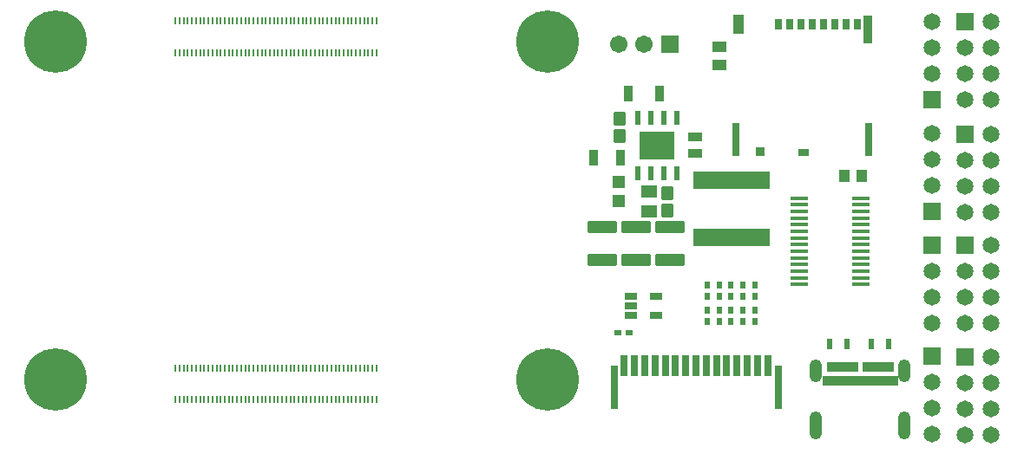
<source format=gbr>
%TF.GenerationSoftware,KiCad,Pcbnew,8.0.2*%
%TF.CreationDate,2024-10-21T09:55:01-04:00*%
%TF.ProjectId,Pi_Board,50695f42-6f61-4726-942e-6b696361645f,rev?*%
%TF.SameCoordinates,Original*%
%TF.FileFunction,Soldermask,Top*%
%TF.FilePolarity,Negative*%
%FSLAX46Y46*%
G04 Gerber Fmt 4.6, Leading zero omitted, Abs format (unit mm)*
G04 Created by KiCad (PCBNEW 8.0.2) date 2024-10-21 09:55:01*
%MOMM*%
%LPD*%
G01*
G04 APERTURE LIST*
G04 Aperture macros list*
%AMRoundRect*
0 Rectangle with rounded corners*
0 $1 Rounding radius*
0 $2 $3 $4 $5 $6 $7 $8 $9 X,Y pos of 4 corners*
0 Add a 4 corners polygon primitive as box body*
4,1,4,$2,$3,$4,$5,$6,$7,$8,$9,$2,$3,0*
0 Add four circle primitives for the rounded corners*
1,1,$1+$1,$2,$3*
1,1,$1+$1,$4,$5*
1,1,$1+$1,$6,$7*
1,1,$1+$1,$8,$9*
0 Add four rect primitives between the rounded corners*
20,1,$1+$1,$2,$3,$4,$5,0*
20,1,$1+$1,$4,$5,$6,$7,0*
20,1,$1+$1,$6,$7,$8,$9,0*
20,1,$1+$1,$8,$9,$2,$3,0*%
G04 Aperture macros list end*
%ADD10C,0.010000*%
%ADD11R,1.651000X1.651000*%
%ADD12C,1.651000*%
%ADD13R,7.493000X1.790700*%
%ADD14R,0.508000X0.660400*%
%ADD15R,1.016000X1.193800*%
%ADD16R,1.778000X0.355600*%
%ADD17R,0.558800X1.447800*%
%ADD18R,3.352800X2.717800*%
%ADD19R,0.553200X1.000000*%
%ADD20R,1.397000X0.914400*%
%ADD21R,0.914400X1.549400*%
%ADD22R,1.250000X0.650000*%
%ADD23RoundRect,0.102000X1.360000X-0.480000X1.360000X0.480000X-1.360000X0.480000X-1.360000X-0.480000X0*%
%ADD24R,1.244600X1.219200*%
%ADD25RoundRect,0.102000X0.690000X-0.480000X0.690000X0.480000X-0.690000X0.480000X-0.690000X-0.480000X0*%
%ADD26R,0.855600X1.600000*%
%ADD27O,1.188400X2.252400*%
%ADD28O,1.252400X2.752400*%
%ADD29RoundRect,0.102000X-0.500000X0.550000X-0.500000X-0.550000X0.500000X-0.550000X0.500000X0.550000X0*%
%ADD30R,1.397000X1.066800*%
%ADD31C,6.100000*%
%ADD32R,0.200000X0.700000*%
%ADD33RoundRect,0.102000X-0.754000X-0.754000X0.754000X-0.754000X0.754000X0.754000X-0.754000X0.754000X0*%
%ADD34C,1.712000*%
%ADD35R,0.660400X0.508000*%
%ADD36R,0.660400X2.108200*%
%ADD37R,0.762000X4.292600*%
%ADD38R,0.700000X1.100000*%
%ADD39R,0.900000X0.930000*%
%ADD40R,1.050000X0.780000*%
%ADD41R,0.700000X3.330000*%
%ADD42R,1.140000X1.830000*%
%ADD43R,0.860000X2.800000*%
%ADD44RoundRect,0.102000X0.500000X-0.550000X0.500000X0.550000X-0.500000X0.550000X-0.500000X-0.550000X0*%
G04 APERTURE END LIST*
D10*
%TO.C,J7*%
X192587500Y-90573500D02*
X191462500Y-90573500D01*
X191462500Y-89746500D01*
X192587500Y-89746500D01*
X192587500Y-90573500D01*
G36*
X192587500Y-90573500D02*
G01*
X191462500Y-90573500D01*
X191462500Y-89746500D01*
X192587500Y-89746500D01*
X192587500Y-90573500D01*
G37*
X192337500Y-89273500D02*
X191912500Y-89273500D01*
X191912500Y-88446500D01*
X192337500Y-88446500D01*
X192337500Y-89273500D01*
G36*
X192337500Y-89273500D02*
G01*
X191912500Y-89273500D01*
X191912500Y-88446500D01*
X192337500Y-88446500D01*
X192337500Y-89273500D01*
G37*
X192837500Y-89273500D02*
X192412500Y-89273500D01*
X192412500Y-88446500D01*
X192837500Y-88446500D01*
X192837500Y-89273500D01*
G36*
X192837500Y-89273500D02*
G01*
X192412500Y-89273500D01*
X192412500Y-88446500D01*
X192837500Y-88446500D01*
X192837500Y-89273500D01*
G37*
X193087500Y-90573500D02*
X192662500Y-90573500D01*
X192662500Y-89746500D01*
X193087500Y-89746500D01*
X193087500Y-90573500D01*
G36*
X193087500Y-90573500D02*
G01*
X192662500Y-90573500D01*
X192662500Y-89746500D01*
X193087500Y-89746500D01*
X193087500Y-90573500D01*
G37*
X193337500Y-89273500D02*
X192912500Y-89273500D01*
X192912500Y-88446500D01*
X193337500Y-88446500D01*
X193337500Y-89273500D01*
G36*
X193337500Y-89273500D02*
G01*
X192912500Y-89273500D01*
X192912500Y-88446500D01*
X193337500Y-88446500D01*
X193337500Y-89273500D01*
G37*
X193587500Y-90573500D02*
X193162500Y-90573500D01*
X193162500Y-89746500D01*
X193587500Y-89746500D01*
X193587500Y-90573500D01*
G36*
X193587500Y-90573500D02*
G01*
X193162500Y-90573500D01*
X193162500Y-89746500D01*
X193587500Y-89746500D01*
X193587500Y-90573500D01*
G37*
X193837500Y-89273500D02*
X193412500Y-89273500D01*
X193412500Y-88446500D01*
X193837500Y-88446500D01*
X193837500Y-89273500D01*
G36*
X193837500Y-89273500D02*
G01*
X193412500Y-89273500D01*
X193412500Y-88446500D01*
X193837500Y-88446500D01*
X193837500Y-89273500D01*
G37*
X194087500Y-90573500D02*
X193662500Y-90573500D01*
X193662500Y-89746500D01*
X194087500Y-89746500D01*
X194087500Y-90573500D01*
G36*
X194087500Y-90573500D02*
G01*
X193662500Y-90573500D01*
X193662500Y-89746500D01*
X194087500Y-89746500D01*
X194087500Y-90573500D01*
G37*
X194337500Y-89273500D02*
X193912500Y-89273500D01*
X193912500Y-88446500D01*
X194337500Y-88446500D01*
X194337500Y-89273500D01*
G36*
X194337500Y-89273500D02*
G01*
X193912500Y-89273500D01*
X193912500Y-88446500D01*
X194337500Y-88446500D01*
X194337500Y-89273500D01*
G37*
X194587500Y-90573500D02*
X194162500Y-90573500D01*
X194162500Y-89746500D01*
X194587500Y-89746500D01*
X194587500Y-90573500D01*
G36*
X194587500Y-90573500D02*
G01*
X194162500Y-90573500D01*
X194162500Y-89746500D01*
X194587500Y-89746500D01*
X194587500Y-90573500D01*
G37*
X194837500Y-89273500D02*
X194412500Y-89273500D01*
X194412500Y-88446500D01*
X194837500Y-88446500D01*
X194837500Y-89273500D01*
G36*
X194837500Y-89273500D02*
G01*
X194412500Y-89273500D01*
X194412500Y-88446500D01*
X194837500Y-88446500D01*
X194837500Y-89273500D01*
G37*
X195087500Y-90573500D02*
X194662500Y-90573500D01*
X194662500Y-89746500D01*
X195087500Y-89746500D01*
X195087500Y-90573500D01*
G36*
X195087500Y-90573500D02*
G01*
X194662500Y-90573500D01*
X194662500Y-89746500D01*
X195087500Y-89746500D01*
X195087500Y-90573500D01*
G37*
X195587500Y-90573500D02*
X195162500Y-90573500D01*
X195162500Y-89746500D01*
X195587500Y-89746500D01*
X195587500Y-90573500D01*
G36*
X195587500Y-90573500D02*
G01*
X195162500Y-90573500D01*
X195162500Y-89746500D01*
X195587500Y-89746500D01*
X195587500Y-90573500D01*
G37*
X195837500Y-89273500D02*
X195412500Y-89273500D01*
X195412500Y-88446500D01*
X195837500Y-88446500D01*
X195837500Y-89273500D01*
G36*
X195837500Y-89273500D02*
G01*
X195412500Y-89273500D01*
X195412500Y-88446500D01*
X195837500Y-88446500D01*
X195837500Y-89273500D01*
G37*
X196087500Y-90573500D02*
X195662500Y-90573500D01*
X195662500Y-89746500D01*
X196087500Y-89746500D01*
X196087500Y-90573500D01*
G36*
X196087500Y-90573500D02*
G01*
X195662500Y-90573500D01*
X195662500Y-89746500D01*
X196087500Y-89746500D01*
X196087500Y-90573500D01*
G37*
X196337500Y-89273500D02*
X195912500Y-89273500D01*
X195912500Y-88446500D01*
X196337500Y-88446500D01*
X196337500Y-89273500D01*
G36*
X196337500Y-89273500D02*
G01*
X195912500Y-89273500D01*
X195912500Y-88446500D01*
X196337500Y-88446500D01*
X196337500Y-89273500D01*
G37*
X196587500Y-90573500D02*
X196162500Y-90573500D01*
X196162500Y-89746500D01*
X196587500Y-89746500D01*
X196587500Y-90573500D01*
G36*
X196587500Y-90573500D02*
G01*
X196162500Y-90573500D01*
X196162500Y-89746500D01*
X196587500Y-89746500D01*
X196587500Y-90573500D01*
G37*
X196837500Y-89273500D02*
X196412500Y-89273500D01*
X196412500Y-88446500D01*
X196837500Y-88446500D01*
X196837500Y-89273500D01*
G36*
X196837500Y-89273500D02*
G01*
X196412500Y-89273500D01*
X196412500Y-88446500D01*
X196837500Y-88446500D01*
X196837500Y-89273500D01*
G37*
X197087500Y-90573500D02*
X196662500Y-90573500D01*
X196662500Y-89746500D01*
X197087500Y-89746500D01*
X197087500Y-90573500D01*
G36*
X197087500Y-90573500D02*
G01*
X196662500Y-90573500D01*
X196662500Y-89746500D01*
X197087500Y-89746500D01*
X197087500Y-90573500D01*
G37*
X197337500Y-89273500D02*
X196912500Y-89273500D01*
X196912500Y-88446500D01*
X197337500Y-88446500D01*
X197337500Y-89273500D01*
G36*
X197337500Y-89273500D02*
G01*
X196912500Y-89273500D01*
X196912500Y-88446500D01*
X197337500Y-88446500D01*
X197337500Y-89273500D01*
G37*
X197587500Y-90573500D02*
X197162500Y-90573500D01*
X197162500Y-89746500D01*
X197587500Y-89746500D01*
X197587500Y-90573500D01*
G36*
X197587500Y-90573500D02*
G01*
X197162500Y-90573500D01*
X197162500Y-89746500D01*
X197587500Y-89746500D01*
X197587500Y-90573500D01*
G37*
X197837500Y-89273500D02*
X197412500Y-89273500D01*
X197412500Y-88446500D01*
X197837500Y-88446500D01*
X197837500Y-89273500D01*
G36*
X197837500Y-89273500D02*
G01*
X197412500Y-89273500D01*
X197412500Y-88446500D01*
X197837500Y-88446500D01*
X197837500Y-89273500D01*
G37*
X198787500Y-90573500D02*
X197662500Y-90573500D01*
X197662500Y-89746500D01*
X198787500Y-89746500D01*
X198787500Y-90573500D01*
G36*
X198787500Y-90573500D02*
G01*
X197662500Y-90573500D01*
X197662500Y-89746500D01*
X198787500Y-89746500D01*
X198787500Y-90573500D01*
G37*
X198337500Y-89273500D02*
X197912500Y-89273500D01*
X197912500Y-88446500D01*
X198337500Y-88446500D01*
X198337500Y-89273500D01*
G36*
X198337500Y-89273500D02*
G01*
X197912500Y-89273500D01*
X197912500Y-88446500D01*
X198337500Y-88446500D01*
X198337500Y-89273500D01*
G37*
%TD*%
D11*
%TO.C,J12*%
X202150000Y-62770000D03*
D12*
X202150000Y-60230000D03*
X202150000Y-57690000D03*
X202150000Y-55150000D03*
%TD*%
D13*
%TO.C,L2*%
X182573300Y-76225350D03*
X182573300Y-70624650D03*
%TD*%
D14*
%TO.C,R15*%
X184898300Y-80891200D03*
X184898300Y-82008800D03*
%TD*%
D15*
%TO.C,C12*%
X195300900Y-70200000D03*
X193599100Y-70200000D03*
%TD*%
D14*
%TO.C,R21*%
X183723301Y-80882399D03*
X183723301Y-81999999D03*
%TD*%
D16*
%TO.C,U2*%
X189226500Y-72375000D03*
X189226500Y-73025001D03*
X189226500Y-73675000D03*
X189226500Y-74325001D03*
X189226500Y-74974999D03*
X189226500Y-75625001D03*
X189226500Y-76274999D03*
X189226500Y-76924998D03*
X189226500Y-77574999D03*
X189226500Y-78224998D03*
X189226500Y-78874999D03*
X189226500Y-79524998D03*
X189226500Y-80174999D03*
X189226500Y-80824998D03*
X195170100Y-80825000D03*
X195170100Y-80174999D03*
X195170100Y-79525000D03*
X195170100Y-78874999D03*
X195170100Y-78225001D03*
X195170100Y-77574999D03*
X195170100Y-76925001D03*
X195170100Y-76274999D03*
X195170100Y-75625001D03*
X195170100Y-74974999D03*
X195170100Y-74325001D03*
X195170100Y-73675000D03*
X195170100Y-73025001D03*
X195170100Y-72375000D03*
%TD*%
D14*
%TO.C,R13*%
X181373300Y-83316199D03*
X181373300Y-84433799D03*
%TD*%
D17*
%TO.C,U5*%
X177218300Y-64575000D03*
X175948300Y-64575000D03*
X174678300Y-64575000D03*
X173408300Y-64575000D03*
X173408300Y-69934400D03*
X174678300Y-69934400D03*
X175948300Y-69934400D03*
X177218300Y-69934400D03*
D18*
X175313300Y-67254700D03*
%TD*%
D19*
%TO.C,R6*%
X197900000Y-86650000D03*
X196246800Y-86650000D03*
%TD*%
D14*
%TO.C,R17*%
X182548301Y-83316199D03*
X182548301Y-84433799D03*
%TD*%
D20*
%TO.C,C5*%
X179070000Y-66425699D03*
X179070000Y-68016099D03*
%TD*%
D11*
%TO.C,J8*%
X205385000Y-76995000D03*
D12*
X207925000Y-76995000D03*
X205385000Y-79535000D03*
X207925000Y-79535000D03*
X205385000Y-82075000D03*
X207925000Y-82075000D03*
X205385000Y-84615000D03*
X207925000Y-84615000D03*
%TD*%
D14*
%TO.C,R16*%
X181373301Y-80866199D03*
X181373301Y-81983799D03*
%TD*%
%TO.C,R18*%
X183723300Y-83316199D03*
X183723300Y-84433799D03*
%TD*%
D21*
%TO.C,R12*%
X171745000Y-68420900D03*
X169154200Y-68420900D03*
%TD*%
D19*
%TO.C,R2*%
X193853200Y-86600000D03*
X192200000Y-86600000D03*
%TD*%
D11*
%TO.C,J10*%
X202125000Y-87850000D03*
D12*
X202125000Y-90390000D03*
X202125000Y-92930000D03*
X202125000Y-95470000D03*
%TD*%
D14*
%TO.C,R14*%
X180198300Y-83316199D03*
X180198300Y-84433799D03*
%TD*%
D22*
%TO.C,IC1*%
X172750000Y-81960000D03*
X172750000Y-82900000D03*
X172750000Y-83840000D03*
X175250000Y-83840000D03*
X175250000Y-81960000D03*
%TD*%
D23*
%TO.C,C11*%
X176545000Y-78445900D03*
X176545000Y-75195900D03*
%TD*%
D24*
%TO.C,R4*%
X171595000Y-72673401D03*
X171595000Y-70768401D03*
%TD*%
D11*
%TO.C,J3*%
X205385000Y-55150000D03*
D12*
X207925000Y-55150000D03*
X205385000Y-57690000D03*
X207925000Y-57690000D03*
X205385000Y-60230000D03*
X207925000Y-60230000D03*
X205385000Y-62770000D03*
X207925000Y-62770000D03*
%TD*%
D25*
%TO.C,R3*%
X174520000Y-73698900D03*
X174520000Y-71742900D03*
%TD*%
D26*
%TO.C,C3*%
X175570001Y-62170900D03*
X172514399Y-62170900D03*
%TD*%
D27*
%TO.C,J7*%
X190805000Y-89270000D03*
X199445000Y-89270000D03*
D28*
X190805000Y-94630000D03*
X199445000Y-94630000D03*
%TD*%
D29*
%TO.C,C4*%
X171695000Y-64595899D03*
X171695000Y-66295899D03*
%TD*%
D14*
%TO.C,R22*%
X180198300Y-80866199D03*
X180198300Y-81983799D03*
%TD*%
D11*
%TO.C,J5*%
X205385000Y-66120000D03*
D12*
X207925000Y-66120000D03*
X205385000Y-68660000D03*
X207925000Y-68660000D03*
X205385000Y-71200000D03*
X207925000Y-71200000D03*
X205385000Y-73740000D03*
X207925000Y-73740000D03*
%TD*%
D14*
%TO.C,R19*%
X184898300Y-83341199D03*
X184898300Y-84458799D03*
%TD*%
D11*
%TO.C,J11*%
X202125000Y-76950000D03*
D12*
X202125000Y-79490000D03*
X202125000Y-82030000D03*
X202125000Y-84570000D03*
%TD*%
D30*
%TO.C,C21*%
X181450000Y-59353400D03*
X181450000Y-57550000D03*
%TD*%
D23*
%TO.C,C8*%
X169969999Y-78440899D03*
X169969999Y-75190899D03*
%TD*%
D11*
%TO.C,J4*%
X202150000Y-73670000D03*
D12*
X202150000Y-71130000D03*
X202150000Y-68590000D03*
X202150000Y-66050000D03*
%TD*%
D31*
%TO.C,Module1*%
X164650000Y-57075000D03*
X116650000Y-57075000D03*
X164650000Y-90075000D03*
X116650000Y-90075000D03*
D32*
X147950000Y-55075000D03*
X147950000Y-58155000D03*
X147550000Y-55075000D03*
X147550000Y-58155000D03*
X147150000Y-55075000D03*
X147150000Y-58155000D03*
X146750000Y-55075000D03*
X146750000Y-58155000D03*
X146350000Y-55075000D03*
X146350000Y-58155000D03*
X145950000Y-55075000D03*
X145950000Y-58155000D03*
X145550000Y-55075000D03*
X145550000Y-58155000D03*
X145150000Y-55075000D03*
X145150000Y-58155000D03*
X144750000Y-55075000D03*
X144750000Y-58155000D03*
X144350000Y-55075000D03*
X144350000Y-58155000D03*
X143950000Y-55075000D03*
X143950000Y-58155000D03*
X143550000Y-55075000D03*
X143550000Y-58155000D03*
X143150000Y-55075000D03*
X143150000Y-58155000D03*
X142750000Y-55075000D03*
X142750000Y-58155000D03*
X142350000Y-55075000D03*
X142350000Y-58155000D03*
X141950000Y-55075000D03*
X141950000Y-58155000D03*
X141550000Y-55075000D03*
X141550000Y-58155000D03*
X141150000Y-55075000D03*
X141150000Y-58155000D03*
X140750000Y-55075000D03*
X140750000Y-58155000D03*
X140350000Y-55075000D03*
X140350000Y-58155000D03*
X139950000Y-55075000D03*
X139950000Y-58155000D03*
X139550000Y-55075000D03*
X139550000Y-58155000D03*
X139150000Y-55075000D03*
X139150000Y-58155000D03*
X138750000Y-55075000D03*
X138750000Y-58155000D03*
X138350000Y-55075000D03*
X138350000Y-58155000D03*
X137950000Y-55075000D03*
X137950000Y-58155000D03*
X137550000Y-55075000D03*
X137550000Y-58155000D03*
X137150000Y-55075000D03*
X137150000Y-58155000D03*
X136750000Y-55075000D03*
X136750000Y-58155000D03*
X136350000Y-55075000D03*
X136350000Y-58155000D03*
X135950000Y-55075000D03*
X135950000Y-58155000D03*
X135550000Y-55075000D03*
X135550000Y-58155000D03*
X135150000Y-55075000D03*
X135150000Y-58155000D03*
X134750000Y-55075000D03*
X134750000Y-58155000D03*
X134350000Y-55075000D03*
X134350000Y-58155000D03*
X133950000Y-55075000D03*
X133950000Y-58155000D03*
X133550000Y-55075000D03*
X133550000Y-58155000D03*
X133150000Y-55075000D03*
X133150000Y-58155000D03*
X132750000Y-55075000D03*
X132750000Y-58155000D03*
X132350000Y-55075000D03*
X132350000Y-58155000D03*
X131950000Y-55075000D03*
X131950000Y-58155000D03*
X131550000Y-55075000D03*
X131550000Y-58155000D03*
X131150000Y-55075000D03*
X131150000Y-58155000D03*
X130750000Y-55075000D03*
X130750000Y-58155000D03*
X130350000Y-55075000D03*
X130350000Y-58155000D03*
X129950000Y-55075000D03*
X129950000Y-58155000D03*
X129550000Y-55075000D03*
X129550000Y-58155000D03*
X129150000Y-55075000D03*
X129150000Y-58155000D03*
X128750000Y-55075000D03*
X128750000Y-58155000D03*
X128350000Y-55075000D03*
X128350000Y-58155000D03*
X147950000Y-88995000D03*
X147950000Y-92075000D03*
X147550000Y-88995000D03*
X147550000Y-92075000D03*
X147150000Y-88995000D03*
X147150000Y-92075000D03*
X146750000Y-88995000D03*
X146750000Y-92075000D03*
X146350000Y-88995000D03*
X146350000Y-92075000D03*
X145950000Y-88995000D03*
X145950000Y-92075000D03*
X145550000Y-88995000D03*
X145550000Y-92075000D03*
X145150000Y-88995000D03*
X145150000Y-92075000D03*
X144750000Y-88995000D03*
X144750000Y-92075000D03*
X144350000Y-88995000D03*
X144350000Y-92075000D03*
X143950000Y-88995000D03*
X143950000Y-92075000D03*
X143550000Y-88995000D03*
X143550000Y-92075000D03*
X143150000Y-88995000D03*
X143150000Y-92075000D03*
X142750000Y-88995000D03*
X142750000Y-92075000D03*
X142350000Y-88995000D03*
X142350000Y-92075000D03*
X141950000Y-88995000D03*
X141950000Y-92075000D03*
X141550000Y-88995000D03*
X141550000Y-92075000D03*
X141150000Y-88995000D03*
X141150000Y-92075000D03*
X140750000Y-88995000D03*
X140750000Y-92075000D03*
X140350000Y-88995000D03*
X140350000Y-92075000D03*
X139950000Y-88995000D03*
X139950000Y-92075000D03*
X139550000Y-88995000D03*
X139550000Y-92075000D03*
X139150000Y-88995000D03*
X139150000Y-92075000D03*
X138750000Y-88995000D03*
X138750000Y-92075000D03*
X138350000Y-88995000D03*
X138350000Y-92075000D03*
X137950000Y-88995000D03*
X137950000Y-92075000D03*
X137550000Y-88995000D03*
X137550000Y-92075000D03*
X137150000Y-88995000D03*
X137150000Y-92075000D03*
X136750000Y-88995000D03*
X136750000Y-92075000D03*
X136350000Y-88995000D03*
X136350000Y-92075000D03*
X135950000Y-88995000D03*
X135950000Y-92075000D03*
X135550000Y-88995000D03*
X135550000Y-92075000D03*
X135150000Y-88995000D03*
X135150000Y-92075000D03*
X134750000Y-88995000D03*
X134750000Y-92075000D03*
X134350000Y-88995000D03*
X134350000Y-92075000D03*
X133950000Y-88995000D03*
X133950000Y-92075000D03*
X133550000Y-88995000D03*
X133550000Y-92075000D03*
X133150000Y-88995000D03*
X133150000Y-92075000D03*
X132750000Y-88995000D03*
X132750000Y-92075000D03*
X132350000Y-88995000D03*
X132350000Y-92075000D03*
X131950000Y-88995000D03*
X131950000Y-92075000D03*
X131550000Y-88995000D03*
X131550000Y-92075000D03*
X131150000Y-88995000D03*
X131150000Y-92075000D03*
X130750000Y-88995000D03*
X130750000Y-92075000D03*
X130350000Y-88995000D03*
X130350000Y-92075000D03*
X129950000Y-88995000D03*
X129950000Y-92075000D03*
X129550000Y-88995000D03*
X129550000Y-92075000D03*
X129150000Y-88995000D03*
X129150000Y-92075000D03*
X128750000Y-88995000D03*
X128750000Y-92075000D03*
X128350000Y-88995000D03*
X128350000Y-92075000D03*
%TD*%
D33*
%TO.C,J2*%
X176550000Y-57325000D03*
D34*
X174050000Y-57325000D03*
X171550000Y-57325000D03*
%TD*%
D35*
%TO.C,R1*%
X171491200Y-85550000D03*
X172608800Y-85550000D03*
%TD*%
D36*
%TO.C,J1*%
X172125001Y-88784076D03*
X173124999Y-88784076D03*
X174125000Y-88784076D03*
X175125000Y-88784076D03*
X176125001Y-88784076D03*
X177124999Y-88784076D03*
X178124999Y-88784076D03*
X179125000Y-88784076D03*
X180125001Y-88784076D03*
X181125001Y-88784076D03*
X182124999Y-88784076D03*
X183125000Y-88784076D03*
X184125000Y-88784076D03*
X185125001Y-88784076D03*
X186125001Y-88784076D03*
D37*
X171124998Y-90884148D03*
X187125002Y-90884148D03*
%TD*%
D38*
%TO.C,J6*%
X187145000Y-55400000D03*
X188245000Y-55400000D03*
X189345000Y-55400000D03*
X190445000Y-55400000D03*
X191545000Y-55400000D03*
X192645000Y-55400000D03*
X193745000Y-55400000D03*
X194845000Y-55400000D03*
D39*
X185355000Y-67865000D03*
D40*
X189620000Y-67940000D03*
D41*
X183045000Y-66665000D03*
D42*
X183265000Y-55415000D03*
D43*
X195925000Y-55900000D03*
D41*
X196005000Y-66665000D03*
%TD*%
D23*
%TO.C,C9*%
X173270000Y-78440899D03*
X173270000Y-75190899D03*
%TD*%
D14*
%TO.C,R23*%
X182548300Y-80866199D03*
X182548300Y-81983799D03*
%TD*%
D11*
%TO.C,J9*%
X205385000Y-87880000D03*
D12*
X207925000Y-87880000D03*
X205385000Y-90420000D03*
X207925000Y-90420000D03*
X205385000Y-92960000D03*
X207925000Y-92960000D03*
X205385000Y-95500000D03*
X207925000Y-95500000D03*
%TD*%
D44*
%TO.C,C6*%
X176295001Y-73620900D03*
X176295001Y-71920900D03*
%TD*%
M02*

</source>
